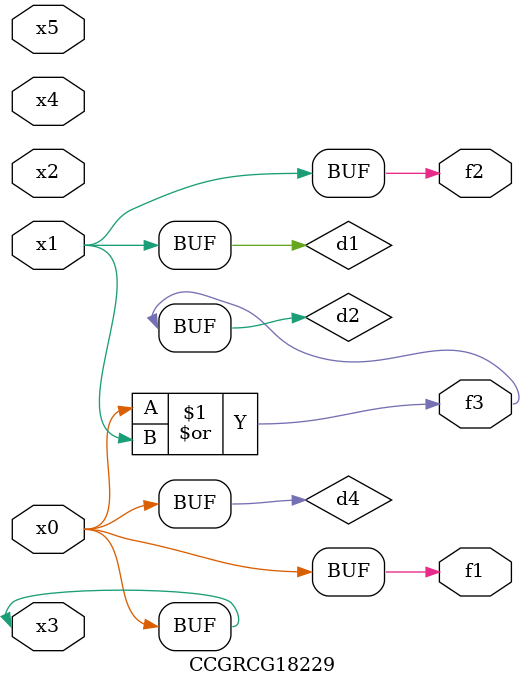
<source format=v>
module CCGRCG18229(
	input x0, x1, x2, x3, x4, x5,
	output f1, f2, f3
);

	wire d1, d2, d3, d4;

	and (d1, x1);
	or (d2, x0, x1);
	nand (d3, x0, x5);
	buf (d4, x0, x3);
	assign f1 = d4;
	assign f2 = d1;
	assign f3 = d2;
endmodule

</source>
